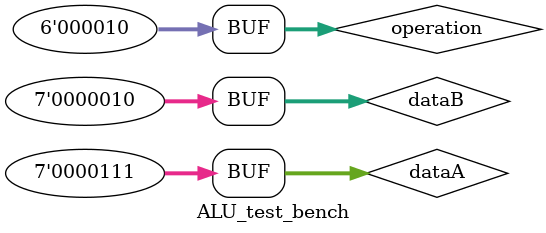
<source format=v>
`timescale 1ns / 1ps


module ALU_test_bench;

	// Inputs
	reg [6:0] dataA;
	reg [6:0] dataB;
	reg [5:0] operation;

	// Outputs
	wire [7:0] result;

	// Instantiate the Unit Under Test (UUT)
	ALU_module uut (
		.dataA(dataA), 
		.dataB(dataB), 
		.operation(operation), 
		.result(result)
	);

	initial begin
		// Initialize Inputs
		// Wait 100 ns for global reset to finish
		dataA = 0000000;
		dataB = 0000000;
		operation = 000000;

		#10;
		dataA = 7'b0000111;
		dataB = 7'b0000010;

		#10;
		operation = 6'b000010;
		// Add stimulus here

	end
      
endmodule


</source>
